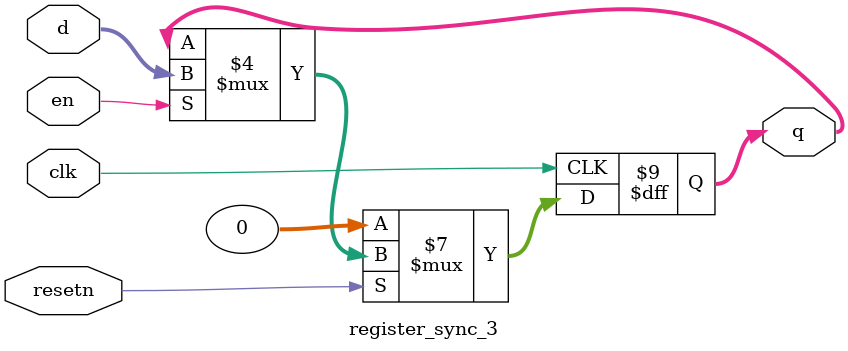
<source format=v>
module register_sync_3(d,clk,resetn,en,q);
parameter WIDTH=32;
input clk;
input resetn;
input en;
input [WIDTH-1:0] d;
output [WIDTH-1:0] q;
reg [WIDTH-1:0] q;
always @(posedge clk)		
begin
	if (resetn==0)
		q<=0;
	else if (en==1)
		q<=d;
end
endmodule
</source>
